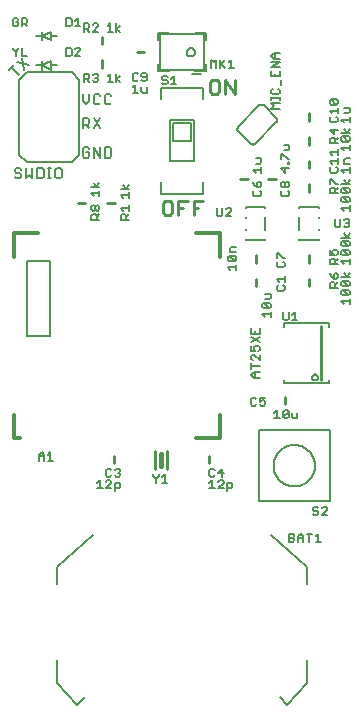
<source format=gto>
G75*
%MOIN*%
%OFA0B0*%
%FSLAX25Y25*%
%IPPOS*%
%LPD*%
%AMOC8*
5,1,8,0,0,1.08239X$1,22.5*
%
%ADD10C,0.00600*%
%ADD11C,0.00900*%
%ADD12C,0.00800*%
%ADD13C,0.00500*%
%ADD14C,0.01000*%
%ADD15C,0.01600*%
%ADD16C,0.01181*%
D10*
X0082353Y0177304D02*
X0082353Y0177674D01*
X0082353Y0177304D02*
X0088731Y0177304D01*
X0088731Y0177674D01*
X0088731Y0180847D02*
X0088731Y0184957D01*
X0088731Y0188131D02*
X0088731Y0188501D01*
X0082353Y0188501D01*
X0082353Y0188131D01*
X0082353Y0184957D02*
X0082353Y0184587D01*
X0082353Y0181217D02*
X0082353Y0180847D01*
X0083913Y0209511D02*
X0079670Y0213753D01*
X0079670Y0213754D02*
X0079628Y0213798D01*
X0079590Y0213844D01*
X0079554Y0213893D01*
X0079521Y0213944D01*
X0079492Y0213996D01*
X0079465Y0214051D01*
X0079442Y0214106D01*
X0079422Y0214163D01*
X0079406Y0214222D01*
X0079393Y0214281D01*
X0079384Y0214340D01*
X0079379Y0214401D01*
X0079377Y0214461D01*
X0079379Y0214521D01*
X0079384Y0214582D01*
X0079393Y0214641D01*
X0079406Y0214700D01*
X0079422Y0214759D01*
X0079442Y0214816D01*
X0079465Y0214871D01*
X0079492Y0214926D01*
X0079521Y0214978D01*
X0079554Y0215029D01*
X0079590Y0215078D01*
X0079628Y0215124D01*
X0079670Y0215168D01*
X0086741Y0222239D01*
X0086785Y0222281D01*
X0086831Y0222319D01*
X0086880Y0222355D01*
X0086931Y0222388D01*
X0086983Y0222417D01*
X0087038Y0222444D01*
X0087093Y0222467D01*
X0087150Y0222487D01*
X0087209Y0222503D01*
X0087268Y0222516D01*
X0087327Y0222525D01*
X0087388Y0222530D01*
X0087448Y0222532D01*
X0087508Y0222530D01*
X0087569Y0222525D01*
X0087628Y0222516D01*
X0087687Y0222503D01*
X0087746Y0222487D01*
X0087803Y0222467D01*
X0087858Y0222444D01*
X0087913Y0222417D01*
X0087965Y0222388D01*
X0088016Y0222355D01*
X0088065Y0222319D01*
X0088111Y0222281D01*
X0088155Y0222239D01*
X0088156Y0222239D02*
X0092398Y0217996D01*
X0092440Y0217952D01*
X0092478Y0217906D01*
X0092514Y0217857D01*
X0092547Y0217806D01*
X0092576Y0217754D01*
X0092603Y0217699D01*
X0092626Y0217644D01*
X0092646Y0217587D01*
X0092662Y0217528D01*
X0092675Y0217469D01*
X0092684Y0217410D01*
X0092689Y0217349D01*
X0092691Y0217289D01*
X0092689Y0217229D01*
X0092684Y0217168D01*
X0092675Y0217109D01*
X0092662Y0217050D01*
X0092646Y0216991D01*
X0092626Y0216934D01*
X0092603Y0216879D01*
X0092576Y0216824D01*
X0092547Y0216772D01*
X0092514Y0216721D01*
X0092478Y0216672D01*
X0092440Y0216626D01*
X0092398Y0216582D01*
X0085327Y0209511D01*
X0085283Y0209469D01*
X0085237Y0209431D01*
X0085188Y0209395D01*
X0085137Y0209362D01*
X0085085Y0209333D01*
X0085030Y0209306D01*
X0084975Y0209283D01*
X0084918Y0209263D01*
X0084859Y0209247D01*
X0084800Y0209234D01*
X0084741Y0209225D01*
X0084680Y0209220D01*
X0084620Y0209218D01*
X0084560Y0209220D01*
X0084499Y0209225D01*
X0084440Y0209234D01*
X0084381Y0209247D01*
X0084322Y0209263D01*
X0084265Y0209283D01*
X0084210Y0209306D01*
X0084155Y0209333D01*
X0084103Y0209362D01*
X0084052Y0209395D01*
X0084003Y0209431D01*
X0083957Y0209469D01*
X0083913Y0209511D01*
X0100070Y0188501D02*
X0100070Y0188131D01*
X0100070Y0188501D02*
X0106448Y0188501D01*
X0106448Y0188131D01*
X0106448Y0184957D02*
X0106448Y0184587D01*
X0106448Y0181217D02*
X0106448Y0180847D01*
X0106448Y0177674D02*
X0106448Y0177304D01*
X0100070Y0177304D01*
X0100070Y0177674D01*
X0100070Y0180847D02*
X0100070Y0184957D01*
X0037406Y0205423D02*
X0037406Y0207692D01*
X0036839Y0208259D01*
X0035138Y0208259D01*
X0035138Y0204856D01*
X0036839Y0204856D01*
X0037406Y0205423D01*
X0033723Y0204856D02*
X0033723Y0208259D01*
X0031454Y0208259D02*
X0033723Y0204856D01*
X0031454Y0204856D02*
X0031454Y0208259D01*
X0030040Y0207692D02*
X0029473Y0208259D01*
X0028338Y0208259D01*
X0027771Y0207692D01*
X0027771Y0205423D01*
X0028338Y0204856D01*
X0029473Y0204856D01*
X0030040Y0205423D01*
X0030040Y0206557D01*
X0028906Y0206557D01*
X0030040Y0214698D02*
X0028906Y0215833D01*
X0029473Y0215833D02*
X0027771Y0215833D01*
X0027771Y0214698D02*
X0027771Y0218101D01*
X0029473Y0218101D01*
X0030040Y0217534D01*
X0030040Y0216400D01*
X0029473Y0215833D01*
X0031454Y0214698D02*
X0033723Y0218101D01*
X0033156Y0222572D02*
X0032022Y0222572D01*
X0031454Y0223140D01*
X0031454Y0225408D01*
X0032022Y0225975D01*
X0033156Y0225975D01*
X0033723Y0225408D01*
X0035138Y0225408D02*
X0035138Y0223140D01*
X0035705Y0222572D01*
X0036839Y0222572D01*
X0037406Y0223140D01*
X0037406Y0225408D02*
X0036839Y0225975D01*
X0035705Y0225975D01*
X0035138Y0225408D01*
X0033723Y0223140D02*
X0033156Y0222572D01*
X0031454Y0218101D02*
X0033723Y0214698D01*
X0028906Y0222572D02*
X0030040Y0223707D01*
X0030040Y0225975D01*
X0027771Y0223707D02*
X0028906Y0222572D01*
X0027771Y0223707D02*
X0027771Y0225975D01*
X0020340Y0201369D02*
X0019205Y0201369D01*
X0018638Y0200802D01*
X0018638Y0198533D01*
X0019205Y0197966D01*
X0020340Y0197966D01*
X0020907Y0198533D01*
X0020907Y0200802D01*
X0020340Y0201369D01*
X0017317Y0201369D02*
X0016183Y0201369D01*
X0016750Y0201369D02*
X0016750Y0197966D01*
X0016183Y0197966D02*
X0017317Y0197966D01*
X0014768Y0198533D02*
X0014768Y0200802D01*
X0014201Y0201369D01*
X0012500Y0201369D01*
X0012500Y0197966D01*
X0014201Y0197966D01*
X0014768Y0198533D01*
X0011085Y0197966D02*
X0011085Y0201369D01*
X0009951Y0199100D02*
X0011085Y0197966D01*
X0009951Y0199100D02*
X0008817Y0197966D01*
X0008817Y0201369D01*
X0007402Y0200802D02*
X0006835Y0201369D01*
X0005701Y0201369D01*
X0005133Y0200802D01*
X0005133Y0200235D01*
X0005701Y0199668D01*
X0006835Y0199668D01*
X0007402Y0199100D01*
X0007402Y0198533D01*
X0006835Y0197966D01*
X0005701Y0197966D01*
X0005133Y0198533D01*
X0006620Y0232357D02*
X0004214Y0234763D01*
X0003412Y0233961D02*
X0005016Y0235565D01*
X0006016Y0236566D02*
X0010026Y0235763D01*
X0008422Y0234159D02*
X0007620Y0238170D01*
D11*
X0055280Y0190517D02*
X0054496Y0189733D01*
X0054496Y0186597D01*
X0055280Y0185813D01*
X0056848Y0185813D01*
X0057632Y0186597D01*
X0057632Y0189733D01*
X0056848Y0190517D01*
X0055280Y0190517D01*
X0059652Y0190517D02*
X0059652Y0185813D01*
X0059652Y0188165D02*
X0061220Y0188165D01*
X0059652Y0190517D02*
X0062788Y0190517D01*
X0064809Y0190517D02*
X0064809Y0185813D01*
X0064809Y0188165D02*
X0066377Y0188165D01*
X0064809Y0190517D02*
X0067945Y0190517D01*
X0071028Y0226167D02*
X0070244Y0226951D01*
X0070244Y0230087D01*
X0071028Y0230871D01*
X0072596Y0230871D01*
X0073380Y0230087D01*
X0073380Y0226951D01*
X0072596Y0226167D01*
X0071028Y0226167D01*
X0075401Y0226167D02*
X0075401Y0230871D01*
X0078537Y0226167D01*
X0078537Y0230871D01*
D12*
X0019400Y0029615D02*
X0025936Y0022528D01*
X0028436Y0025028D01*
X0019400Y0029615D02*
X0019400Y0037430D01*
X0019400Y0062627D02*
X0019400Y0068335D01*
X0031408Y0078965D01*
X0090463Y0078965D02*
X0102471Y0068335D01*
X0102471Y0062627D01*
X0102471Y0037430D02*
X0102471Y0029615D01*
X0095936Y0022528D01*
X0093436Y0025028D01*
X0094774Y0129595D02*
X0109774Y0129595D01*
X0109774Y0130845D01*
X0109774Y0148345D02*
X0109774Y0149595D01*
X0094774Y0149595D01*
X0094774Y0148345D01*
X0094774Y0130845D02*
X0094774Y0129595D01*
X0019105Y0235560D02*
X0017137Y0235560D01*
X0017137Y0234083D01*
X0014184Y0235560D01*
X0012215Y0235560D01*
X0014184Y0235560D02*
X0014184Y0234083D01*
X0014184Y0235560D02*
X0014184Y0237036D01*
X0014184Y0235560D02*
X0017137Y0237036D01*
X0017137Y0235560D01*
X0017137Y0243926D02*
X0014184Y0245402D01*
X0012215Y0245402D01*
X0014184Y0245402D02*
X0014184Y0246879D01*
X0014184Y0245402D02*
X0014184Y0243926D01*
X0014184Y0245402D02*
X0017137Y0246879D01*
X0017137Y0245402D01*
X0019105Y0245402D01*
X0017137Y0245402D02*
X0017137Y0243926D01*
D13*
X0022308Y0241465D02*
X0022308Y0238763D01*
X0023659Y0238763D01*
X0024109Y0239213D01*
X0024109Y0241015D01*
X0023659Y0241465D01*
X0022308Y0241465D01*
X0025254Y0241015D02*
X0025705Y0241465D01*
X0026606Y0241465D01*
X0027056Y0241015D01*
X0027056Y0240564D01*
X0025254Y0238763D01*
X0027056Y0238763D01*
X0028226Y0232852D02*
X0029577Y0232852D01*
X0030027Y0232401D01*
X0030027Y0231500D01*
X0029577Y0231050D01*
X0028226Y0231050D01*
X0029127Y0231050D02*
X0030027Y0230149D01*
X0031172Y0230600D02*
X0031623Y0230149D01*
X0032524Y0230149D01*
X0032974Y0230600D01*
X0032974Y0231050D01*
X0032524Y0231500D01*
X0032073Y0231500D01*
X0032524Y0231500D02*
X0032974Y0231951D01*
X0032974Y0232401D01*
X0032524Y0232852D01*
X0031623Y0232852D01*
X0031172Y0232401D01*
X0028226Y0232852D02*
X0028226Y0230149D01*
X0026645Y0230835D02*
X0024145Y0233335D01*
X0009145Y0233335D01*
X0006645Y0230835D01*
X0006645Y0205835D01*
X0009145Y0203335D01*
X0024145Y0203335D01*
X0026645Y0205835D01*
X0026645Y0230835D01*
X0028226Y0246881D02*
X0028226Y0249584D01*
X0029577Y0249584D01*
X0030027Y0249133D01*
X0030027Y0248233D01*
X0029577Y0247782D01*
X0028226Y0247782D01*
X0029127Y0247782D02*
X0030027Y0246881D01*
X0031172Y0246881D02*
X0032974Y0248683D01*
X0032974Y0249133D01*
X0032524Y0249584D01*
X0031623Y0249584D01*
X0031172Y0249133D01*
X0031172Y0246881D02*
X0032974Y0246881D01*
X0036099Y0246881D02*
X0037900Y0246881D01*
X0037000Y0246881D02*
X0037000Y0249584D01*
X0036099Y0248683D01*
X0039045Y0247782D02*
X0040397Y0248683D01*
X0039045Y0247782D02*
X0040397Y0246881D01*
X0039045Y0246881D02*
X0039045Y0249584D01*
X0039045Y0232852D02*
X0039045Y0230149D01*
X0039045Y0231050D02*
X0040397Y0231951D01*
X0039045Y0231050D02*
X0040397Y0230149D01*
X0037900Y0230149D02*
X0036099Y0230149D01*
X0037000Y0230149D02*
X0037000Y0232852D01*
X0036099Y0231951D01*
X0044454Y0232648D02*
X0044454Y0230847D01*
X0044904Y0230396D01*
X0045805Y0230396D01*
X0046255Y0230847D01*
X0047400Y0230847D02*
X0047850Y0230396D01*
X0048751Y0230396D01*
X0049202Y0230847D01*
X0049202Y0232648D01*
X0048751Y0233099D01*
X0047850Y0233099D01*
X0047400Y0232648D01*
X0047400Y0232198D01*
X0047850Y0231748D01*
X0049202Y0231748D01*
X0049202Y0228261D02*
X0049202Y0226459D01*
X0047850Y0226459D01*
X0047400Y0226910D01*
X0047400Y0228261D01*
X0046255Y0226459D02*
X0044454Y0226459D01*
X0045354Y0226459D02*
X0045354Y0229162D01*
X0044454Y0228261D01*
X0044454Y0232648D02*
X0044904Y0233099D01*
X0045805Y0233099D01*
X0046255Y0232648D01*
X0053062Y0233690D02*
X0053062Y0236052D01*
X0053534Y0234083D02*
X0053534Y0245894D01*
X0068337Y0245894D01*
X0068337Y0234083D01*
X0053534Y0234083D01*
X0053062Y0233690D02*
X0056605Y0233690D01*
X0055647Y0232115D02*
X0056098Y0231664D01*
X0055647Y0232115D02*
X0054746Y0232115D01*
X0054296Y0231664D01*
X0054296Y0231214D01*
X0054746Y0230763D01*
X0055647Y0230763D01*
X0056098Y0230313D01*
X0056098Y0229863D01*
X0055647Y0229412D01*
X0054746Y0229412D01*
X0054296Y0229863D01*
X0054046Y0228178D02*
X0054046Y0224241D01*
X0054046Y0228178D02*
X0067826Y0228178D01*
X0067826Y0224241D01*
X0064873Y0217351D02*
X0064873Y0203572D01*
X0056999Y0203572D01*
X0056999Y0217351D01*
X0064873Y0217351D01*
X0063889Y0216367D02*
X0057983Y0216367D01*
X0057983Y0210461D01*
X0063889Y0210461D01*
X0063889Y0216367D01*
X0059044Y0229412D02*
X0057243Y0229412D01*
X0058143Y0229412D02*
X0058143Y0232115D01*
X0057243Y0231214D01*
X0064282Y0232706D02*
X0067235Y0232706D01*
X0068810Y0233690D02*
X0068810Y0236052D01*
X0070536Y0234826D02*
X0070536Y0237528D01*
X0071437Y0236627D01*
X0072338Y0237528D01*
X0072338Y0234826D01*
X0073483Y0234826D02*
X0073483Y0237528D01*
X0073933Y0236177D02*
X0075284Y0234826D01*
X0076429Y0234826D02*
X0078231Y0234826D01*
X0077330Y0234826D02*
X0077330Y0237528D01*
X0076429Y0236627D01*
X0075284Y0237528D02*
X0073483Y0235726D01*
X0068810Y0233690D02*
X0065267Y0233690D01*
X0062497Y0239989D02*
X0062499Y0240063D01*
X0062505Y0240137D01*
X0062515Y0240210D01*
X0062528Y0240283D01*
X0062546Y0240355D01*
X0062567Y0240426D01*
X0062593Y0240496D01*
X0062621Y0240564D01*
X0062654Y0240631D01*
X0062690Y0240696D01*
X0062729Y0240758D01*
X0062772Y0240819D01*
X0062817Y0240877D01*
X0062866Y0240933D01*
X0062918Y0240986D01*
X0062972Y0241037D01*
X0063029Y0241084D01*
X0063089Y0241128D01*
X0063151Y0241169D01*
X0063215Y0241207D01*
X0063280Y0241241D01*
X0063348Y0241271D01*
X0063417Y0241298D01*
X0063487Y0241322D01*
X0063559Y0241341D01*
X0063631Y0241357D01*
X0063704Y0241369D01*
X0063778Y0241377D01*
X0063852Y0241381D01*
X0063926Y0241381D01*
X0064000Y0241377D01*
X0064074Y0241369D01*
X0064147Y0241357D01*
X0064219Y0241341D01*
X0064291Y0241322D01*
X0064361Y0241298D01*
X0064430Y0241271D01*
X0064498Y0241241D01*
X0064563Y0241207D01*
X0064627Y0241169D01*
X0064689Y0241128D01*
X0064749Y0241084D01*
X0064806Y0241037D01*
X0064860Y0240986D01*
X0064912Y0240933D01*
X0064961Y0240877D01*
X0065006Y0240819D01*
X0065049Y0240758D01*
X0065088Y0240696D01*
X0065124Y0240631D01*
X0065157Y0240564D01*
X0065185Y0240496D01*
X0065211Y0240426D01*
X0065232Y0240355D01*
X0065250Y0240283D01*
X0065263Y0240210D01*
X0065273Y0240137D01*
X0065279Y0240063D01*
X0065281Y0239989D01*
X0065279Y0239915D01*
X0065273Y0239841D01*
X0065263Y0239768D01*
X0065250Y0239695D01*
X0065232Y0239623D01*
X0065211Y0239552D01*
X0065185Y0239482D01*
X0065157Y0239414D01*
X0065124Y0239347D01*
X0065088Y0239282D01*
X0065049Y0239220D01*
X0065006Y0239159D01*
X0064961Y0239101D01*
X0064912Y0239045D01*
X0064860Y0238992D01*
X0064806Y0238941D01*
X0064749Y0238894D01*
X0064689Y0238850D01*
X0064627Y0238809D01*
X0064563Y0238771D01*
X0064498Y0238737D01*
X0064430Y0238707D01*
X0064361Y0238680D01*
X0064291Y0238656D01*
X0064219Y0238637D01*
X0064147Y0238621D01*
X0064074Y0238609D01*
X0064000Y0238601D01*
X0063926Y0238597D01*
X0063852Y0238597D01*
X0063778Y0238601D01*
X0063704Y0238609D01*
X0063631Y0238621D01*
X0063559Y0238637D01*
X0063487Y0238656D01*
X0063417Y0238680D01*
X0063348Y0238707D01*
X0063280Y0238737D01*
X0063215Y0238771D01*
X0063151Y0238809D01*
X0063089Y0238850D01*
X0063029Y0238894D01*
X0062972Y0238941D01*
X0062918Y0238992D01*
X0062866Y0239045D01*
X0062817Y0239101D01*
X0062772Y0239159D01*
X0062729Y0239220D01*
X0062690Y0239282D01*
X0062654Y0239347D01*
X0062621Y0239414D01*
X0062593Y0239482D01*
X0062567Y0239552D01*
X0062546Y0239623D01*
X0062528Y0239695D01*
X0062515Y0239768D01*
X0062505Y0239841D01*
X0062499Y0239915D01*
X0062497Y0239989D01*
X0065267Y0246288D02*
X0068810Y0246288D01*
X0068810Y0243926D01*
X0056605Y0246288D02*
X0053062Y0246288D01*
X0053062Y0243926D01*
X0054046Y0196682D02*
X0054046Y0192745D01*
X0067826Y0192745D01*
X0067826Y0196682D01*
X0072517Y0188068D02*
X0072517Y0185816D01*
X0072968Y0185366D01*
X0073868Y0185366D01*
X0074319Y0185816D01*
X0074319Y0188068D01*
X0075464Y0187618D02*
X0075914Y0188068D01*
X0076815Y0188068D01*
X0077265Y0187618D01*
X0077265Y0187167D01*
X0075464Y0185366D01*
X0077265Y0185366D01*
X0077543Y0175099D02*
X0078895Y0175099D01*
X0077543Y0175099D02*
X0077093Y0174649D01*
X0077093Y0173297D01*
X0078895Y0173297D01*
X0078444Y0172152D02*
X0078895Y0171702D01*
X0078895Y0170801D01*
X0078444Y0170351D01*
X0076643Y0172152D01*
X0078444Y0172152D01*
X0078444Y0170351D02*
X0076643Y0170351D01*
X0076192Y0170801D01*
X0076192Y0171702D01*
X0076643Y0172152D01*
X0076192Y0168305D02*
X0078895Y0168305D01*
X0078895Y0167404D02*
X0078895Y0169206D01*
X0077093Y0167404D02*
X0076192Y0168305D01*
X0084066Y0148013D02*
X0084066Y0146212D01*
X0086769Y0146212D01*
X0086769Y0148013D01*
X0085417Y0147112D02*
X0085417Y0146212D01*
X0084066Y0145067D02*
X0086769Y0143265D01*
X0086318Y0142120D02*
X0086769Y0141670D01*
X0086769Y0140769D01*
X0086318Y0140319D01*
X0085417Y0140319D02*
X0084967Y0141219D01*
X0084967Y0141670D01*
X0085417Y0142120D01*
X0086318Y0142120D01*
X0085417Y0140319D02*
X0084066Y0140319D01*
X0084066Y0142120D01*
X0084066Y0143265D02*
X0086769Y0145067D01*
X0086769Y0139174D02*
X0086769Y0137372D01*
X0084967Y0139174D01*
X0084517Y0139174D01*
X0084066Y0138723D01*
X0084066Y0137823D01*
X0084517Y0137372D01*
X0084066Y0136227D02*
X0084066Y0134426D01*
X0084066Y0135326D02*
X0086769Y0135326D01*
X0086769Y0133281D02*
X0084967Y0133281D01*
X0084066Y0132380D01*
X0084967Y0131479D01*
X0086769Y0131479D01*
X0085417Y0131479D02*
X0085417Y0133281D01*
X0085175Y0124831D02*
X0084274Y0124831D01*
X0083824Y0124381D01*
X0083824Y0122579D01*
X0084274Y0122129D01*
X0085175Y0122129D01*
X0085625Y0122579D01*
X0086770Y0122579D02*
X0087221Y0122129D01*
X0088121Y0122129D01*
X0088572Y0122579D01*
X0088572Y0123480D01*
X0088121Y0123930D01*
X0087671Y0123930D01*
X0086770Y0123480D01*
X0086770Y0124831D01*
X0088572Y0124831D01*
X0085625Y0124381D02*
X0085175Y0124831D01*
X0086526Y0114005D02*
X0086526Y0090383D01*
X0110148Y0090383D01*
X0110148Y0114005D01*
X0086526Y0114005D01*
X0091716Y0117944D02*
X0093518Y0117944D01*
X0092617Y0117944D02*
X0092617Y0120647D01*
X0091716Y0119746D01*
X0094663Y0120196D02*
X0094663Y0118395D01*
X0096464Y0120196D01*
X0096464Y0118395D01*
X0096014Y0117944D01*
X0095113Y0117944D01*
X0094663Y0118395D01*
X0094663Y0120196D02*
X0095113Y0120647D01*
X0096014Y0120647D01*
X0096464Y0120196D01*
X0097609Y0119746D02*
X0097609Y0118395D01*
X0098060Y0117944D01*
X0099411Y0117944D01*
X0099411Y0119746D01*
X0104274Y0131595D02*
X0104276Y0131658D01*
X0104282Y0131720D01*
X0104292Y0131782D01*
X0104305Y0131844D01*
X0104323Y0131904D01*
X0104344Y0131963D01*
X0104369Y0132021D01*
X0104398Y0132077D01*
X0104430Y0132131D01*
X0104465Y0132183D01*
X0104503Y0132232D01*
X0104545Y0132280D01*
X0104589Y0132324D01*
X0104637Y0132366D01*
X0104686Y0132404D01*
X0104738Y0132439D01*
X0104792Y0132471D01*
X0104848Y0132500D01*
X0104906Y0132525D01*
X0104965Y0132546D01*
X0105025Y0132564D01*
X0105087Y0132577D01*
X0105149Y0132587D01*
X0105211Y0132593D01*
X0105274Y0132595D01*
X0105337Y0132593D01*
X0105399Y0132587D01*
X0105461Y0132577D01*
X0105523Y0132564D01*
X0105583Y0132546D01*
X0105642Y0132525D01*
X0105700Y0132500D01*
X0105756Y0132471D01*
X0105810Y0132439D01*
X0105862Y0132404D01*
X0105911Y0132366D01*
X0105959Y0132324D01*
X0106003Y0132280D01*
X0106045Y0132232D01*
X0106083Y0132183D01*
X0106118Y0132131D01*
X0106150Y0132077D01*
X0106179Y0132021D01*
X0106204Y0131963D01*
X0106225Y0131904D01*
X0106243Y0131844D01*
X0106256Y0131782D01*
X0106266Y0131720D01*
X0106272Y0131658D01*
X0106274Y0131595D01*
X0106272Y0131532D01*
X0106266Y0131470D01*
X0106256Y0131408D01*
X0106243Y0131346D01*
X0106225Y0131286D01*
X0106204Y0131227D01*
X0106179Y0131169D01*
X0106150Y0131113D01*
X0106118Y0131059D01*
X0106083Y0131007D01*
X0106045Y0130958D01*
X0106003Y0130910D01*
X0105959Y0130866D01*
X0105911Y0130824D01*
X0105862Y0130786D01*
X0105810Y0130751D01*
X0105756Y0130719D01*
X0105700Y0130690D01*
X0105642Y0130665D01*
X0105583Y0130644D01*
X0105523Y0130626D01*
X0105461Y0130613D01*
X0105399Y0130603D01*
X0105337Y0130597D01*
X0105274Y0130595D01*
X0105211Y0130597D01*
X0105149Y0130603D01*
X0105087Y0130613D01*
X0105025Y0130626D01*
X0104965Y0130644D01*
X0104906Y0130665D01*
X0104848Y0130690D01*
X0104792Y0130719D01*
X0104738Y0130751D01*
X0104686Y0130786D01*
X0104637Y0130824D01*
X0104589Y0130866D01*
X0104545Y0130910D01*
X0104503Y0130958D01*
X0104465Y0131007D01*
X0104430Y0131059D01*
X0104398Y0131113D01*
X0104369Y0131169D01*
X0104344Y0131227D01*
X0104323Y0131286D01*
X0104305Y0131346D01*
X0104292Y0131408D01*
X0104282Y0131470D01*
X0104276Y0131532D01*
X0104274Y0131595D01*
X0099398Y0150672D02*
X0097597Y0150672D01*
X0098498Y0150672D02*
X0098498Y0153374D01*
X0097597Y0152474D01*
X0096452Y0153374D02*
X0096452Y0151122D01*
X0096002Y0150672D01*
X0095101Y0150672D01*
X0094650Y0151122D01*
X0094650Y0153374D01*
X0090461Y0153477D02*
X0090461Y0151675D01*
X0090461Y0152576D02*
X0087758Y0152576D01*
X0088659Y0151675D01*
X0088209Y0154622D02*
X0087758Y0155072D01*
X0087758Y0155973D01*
X0088209Y0156423D01*
X0090010Y0154622D01*
X0090461Y0155072D01*
X0090461Y0155973D01*
X0090010Y0156423D01*
X0088209Y0156423D01*
X0088659Y0157568D02*
X0090010Y0157568D01*
X0090461Y0158018D01*
X0090461Y0159370D01*
X0088659Y0159370D01*
X0088209Y0154622D02*
X0090010Y0154622D01*
X0092883Y0160515D02*
X0092432Y0160965D01*
X0092432Y0161866D01*
X0092883Y0162316D01*
X0093333Y0163461D02*
X0092432Y0164362D01*
X0095135Y0164362D01*
X0095135Y0163461D02*
X0095135Y0165263D01*
X0094684Y0162316D02*
X0095135Y0161866D01*
X0095135Y0160965D01*
X0094684Y0160515D01*
X0092883Y0160515D01*
X0092883Y0168389D02*
X0092432Y0168839D01*
X0092432Y0169740D01*
X0092883Y0170190D01*
X0092432Y0171335D02*
X0092432Y0173137D01*
X0092883Y0173137D01*
X0094684Y0171335D01*
X0095135Y0171335D01*
X0094684Y0170190D02*
X0095135Y0169740D01*
X0095135Y0168839D01*
X0094684Y0168389D01*
X0092883Y0168389D01*
X0094359Y0192011D02*
X0096161Y0192011D01*
X0096611Y0192461D01*
X0096611Y0193362D01*
X0096161Y0193812D01*
X0096161Y0194957D02*
X0095710Y0194957D01*
X0095260Y0195408D01*
X0095260Y0196308D01*
X0095710Y0196759D01*
X0096161Y0196759D01*
X0096611Y0196308D01*
X0096611Y0195408D01*
X0096161Y0194957D01*
X0095260Y0195408D02*
X0094810Y0194957D01*
X0094359Y0194957D01*
X0093909Y0195408D01*
X0093909Y0196308D01*
X0094359Y0196759D01*
X0094810Y0196759D01*
X0095260Y0196308D01*
X0094359Y0193812D02*
X0093909Y0193362D01*
X0093909Y0192461D01*
X0094359Y0192011D01*
X0095260Y0199885D02*
X0095260Y0201686D01*
X0096611Y0201236D02*
X0093909Y0201236D01*
X0095260Y0199885D01*
X0096161Y0202831D02*
X0096161Y0203282D01*
X0096611Y0203282D01*
X0096611Y0202831D01*
X0096161Y0202831D01*
X0096161Y0204304D02*
X0094359Y0206106D01*
X0093909Y0206106D01*
X0093909Y0204304D01*
X0096161Y0204304D02*
X0096611Y0204304D01*
X0096161Y0207251D02*
X0096611Y0207701D01*
X0096611Y0209052D01*
X0094810Y0209052D01*
X0094810Y0207251D02*
X0096161Y0207251D01*
X0093434Y0221163D02*
X0090732Y0221163D01*
X0091632Y0222064D01*
X0090732Y0222965D01*
X0093434Y0222965D01*
X0093434Y0224109D02*
X0093434Y0225010D01*
X0093434Y0224560D02*
X0090732Y0224560D01*
X0090732Y0225010D02*
X0090732Y0224109D01*
X0091182Y0226074D02*
X0092984Y0226074D01*
X0093434Y0226524D01*
X0093434Y0227425D01*
X0092984Y0227875D01*
X0093884Y0229020D02*
X0093884Y0230822D01*
X0093434Y0231967D02*
X0093434Y0233768D01*
X0093434Y0234913D02*
X0090732Y0234913D01*
X0093434Y0236715D01*
X0090732Y0236715D01*
X0091632Y0237860D02*
X0090732Y0238761D01*
X0091632Y0239661D01*
X0093434Y0239661D01*
X0092083Y0239661D02*
X0092083Y0237860D01*
X0091632Y0237860D02*
X0093434Y0237860D01*
X0090732Y0233768D02*
X0090732Y0231967D01*
X0093434Y0231967D01*
X0092083Y0231967D02*
X0092083Y0232868D01*
X0091182Y0227875D02*
X0090732Y0227425D01*
X0090732Y0226524D01*
X0091182Y0226074D01*
X0087261Y0204633D02*
X0085459Y0204633D01*
X0087261Y0204633D02*
X0087261Y0203282D01*
X0086810Y0202831D01*
X0085459Y0202831D01*
X0087261Y0201686D02*
X0087261Y0199885D01*
X0087261Y0200785D02*
X0084558Y0200785D01*
X0085459Y0199885D01*
X0084558Y0196759D02*
X0085009Y0195858D01*
X0085910Y0194957D01*
X0085910Y0196308D01*
X0086360Y0196759D01*
X0086810Y0196759D01*
X0087261Y0196308D01*
X0087261Y0195408D01*
X0086810Y0194957D01*
X0085910Y0194957D01*
X0086810Y0193812D02*
X0087261Y0193362D01*
X0087261Y0192461D01*
X0086810Y0192011D01*
X0085009Y0192011D01*
X0084558Y0192461D01*
X0084558Y0193362D01*
X0085009Y0193812D01*
X0110149Y0194346D02*
X0110599Y0194796D01*
X0111500Y0194796D01*
X0111950Y0194346D01*
X0111950Y0192995D01*
X0111950Y0193896D02*
X0112851Y0194796D01*
X0112851Y0195941D02*
X0112401Y0195941D01*
X0110599Y0197743D01*
X0110149Y0197743D01*
X0110149Y0195941D01*
X0110149Y0194346D02*
X0110149Y0192995D01*
X0112851Y0192995D01*
X0114086Y0193433D02*
X0114086Y0194334D01*
X0114536Y0194784D01*
X0116338Y0192982D01*
X0116788Y0193433D01*
X0116788Y0194334D01*
X0116338Y0194784D01*
X0114536Y0194784D01*
X0114086Y0195929D02*
X0116788Y0195929D01*
X0115887Y0195929D02*
X0114987Y0197280D01*
X0115887Y0195929D02*
X0116788Y0197280D01*
X0116788Y0199885D02*
X0116788Y0201686D01*
X0116788Y0200785D02*
X0114086Y0200785D01*
X0114987Y0199885D01*
X0114987Y0202831D02*
X0114987Y0204182D01*
X0115437Y0204633D01*
X0116788Y0204633D01*
X0116788Y0202831D02*
X0114987Y0202831D01*
X0112851Y0202831D02*
X0112851Y0204633D01*
X0112851Y0203732D02*
X0110149Y0203732D01*
X0111050Y0202831D01*
X0110599Y0201686D02*
X0110149Y0201236D01*
X0110149Y0200335D01*
X0110599Y0199885D01*
X0112401Y0199885D01*
X0112851Y0200335D01*
X0112851Y0201236D01*
X0112401Y0201686D01*
X0112851Y0205778D02*
X0112851Y0207579D01*
X0112851Y0206678D02*
X0110149Y0206678D01*
X0111050Y0205778D01*
X0114086Y0208167D02*
X0116788Y0208167D01*
X0116788Y0207267D02*
X0116788Y0209068D01*
X0116338Y0210213D02*
X0114536Y0212015D01*
X0116338Y0212015D01*
X0116788Y0211564D01*
X0116788Y0210663D01*
X0116338Y0210213D01*
X0114536Y0210213D01*
X0114086Y0210663D01*
X0114086Y0211564D01*
X0114536Y0212015D01*
X0114086Y0213160D02*
X0116788Y0213160D01*
X0115887Y0213160D02*
X0114987Y0214511D01*
X0115887Y0213160D02*
X0116788Y0214511D01*
X0116788Y0216617D02*
X0116788Y0218418D01*
X0116788Y0217518D02*
X0114086Y0217518D01*
X0114987Y0216617D01*
X0114987Y0219563D02*
X0116338Y0219563D01*
X0116788Y0220014D01*
X0116788Y0221365D01*
X0114987Y0221365D01*
X0112851Y0221365D02*
X0112851Y0219563D01*
X0112851Y0220464D02*
X0110149Y0220464D01*
X0111050Y0219563D01*
X0110599Y0218418D02*
X0110149Y0217968D01*
X0110149Y0217067D01*
X0110599Y0216617D01*
X0112401Y0216617D01*
X0112851Y0217067D01*
X0112851Y0217968D01*
X0112401Y0218418D01*
X0112401Y0222510D02*
X0110599Y0224312D01*
X0112401Y0224312D01*
X0112851Y0223861D01*
X0112851Y0222960D01*
X0112401Y0222510D01*
X0110599Y0222510D01*
X0110149Y0222960D01*
X0110149Y0223861D01*
X0110599Y0224312D01*
X0111500Y0214475D02*
X0111500Y0212674D01*
X0110149Y0214025D01*
X0112851Y0214025D01*
X0112851Y0211529D02*
X0111950Y0210628D01*
X0111950Y0211078D02*
X0111950Y0209727D01*
X0112851Y0209727D02*
X0110149Y0209727D01*
X0110149Y0211078D01*
X0110599Y0211529D01*
X0111500Y0211529D01*
X0111950Y0211078D01*
X0114086Y0208167D02*
X0114987Y0207267D01*
X0114086Y0193433D02*
X0114536Y0192982D01*
X0116338Y0192982D01*
X0116338Y0191837D02*
X0114536Y0191837D01*
X0116338Y0190036D01*
X0116788Y0190486D01*
X0116788Y0191387D01*
X0116338Y0191837D01*
X0116338Y0190036D02*
X0114536Y0190036D01*
X0114086Y0190486D01*
X0114086Y0191387D01*
X0114536Y0191837D01*
X0116788Y0188891D02*
X0116788Y0187089D01*
X0116788Y0187990D02*
X0114086Y0187990D01*
X0114987Y0187089D01*
X0115272Y0184378D02*
X0116172Y0184378D01*
X0116623Y0183928D01*
X0116623Y0183478D01*
X0116172Y0183027D01*
X0116623Y0182577D01*
X0116623Y0182126D01*
X0116172Y0181676D01*
X0115272Y0181676D01*
X0114821Y0182126D01*
X0113676Y0182126D02*
X0113676Y0184378D01*
X0114821Y0183928D02*
X0115272Y0184378D01*
X0115722Y0183027D02*
X0116172Y0183027D01*
X0116788Y0179564D02*
X0115887Y0178212D01*
X0114987Y0179564D01*
X0114086Y0178212D02*
X0116788Y0178212D01*
X0116338Y0177067D02*
X0116788Y0176617D01*
X0116788Y0175716D01*
X0116338Y0175266D01*
X0114536Y0177067D01*
X0116338Y0177067D01*
X0116338Y0175266D02*
X0114536Y0175266D01*
X0114086Y0175716D01*
X0114086Y0176617D01*
X0114536Y0177067D01*
X0114536Y0174121D02*
X0114086Y0173670D01*
X0114086Y0172770D01*
X0114536Y0172319D01*
X0116338Y0172319D01*
X0114536Y0174121D01*
X0116338Y0174121D01*
X0116788Y0173670D01*
X0116788Y0172770D01*
X0116338Y0172319D01*
X0116788Y0171174D02*
X0116788Y0169373D01*
X0116788Y0170274D02*
X0114086Y0170274D01*
X0114987Y0169373D01*
X0114987Y0166276D02*
X0115887Y0164925D01*
X0116788Y0166276D01*
X0116788Y0164925D02*
X0114086Y0164925D01*
X0114536Y0163780D02*
X0114086Y0163330D01*
X0114086Y0162429D01*
X0114536Y0161978D01*
X0116338Y0161978D01*
X0114536Y0163780D01*
X0116338Y0163780D01*
X0116788Y0163330D01*
X0116788Y0162429D01*
X0116338Y0161978D01*
X0116338Y0160833D02*
X0114536Y0160833D01*
X0116338Y0159032D01*
X0116788Y0159482D01*
X0116788Y0160383D01*
X0116338Y0160833D01*
X0116338Y0159032D02*
X0114536Y0159032D01*
X0114086Y0159482D01*
X0114086Y0160383D01*
X0114536Y0160833D01*
X0116788Y0157887D02*
X0116788Y0156085D01*
X0116788Y0156986D02*
X0114086Y0156986D01*
X0114987Y0156085D01*
X0112851Y0161499D02*
X0110149Y0161499D01*
X0110149Y0162850D01*
X0110599Y0163300D01*
X0111500Y0163300D01*
X0111950Y0162850D01*
X0111950Y0161499D01*
X0111950Y0162400D02*
X0112851Y0163300D01*
X0112401Y0164445D02*
X0112851Y0164896D01*
X0112851Y0165796D01*
X0112401Y0166247D01*
X0111950Y0166247D01*
X0111500Y0165796D01*
X0111500Y0164445D01*
X0112401Y0164445D01*
X0111500Y0164445D02*
X0110599Y0165346D01*
X0110149Y0166247D01*
X0110149Y0169373D02*
X0110149Y0170724D01*
X0110599Y0171174D01*
X0111500Y0171174D01*
X0111950Y0170724D01*
X0111950Y0169373D01*
X0111950Y0170274D02*
X0112851Y0171174D01*
X0112401Y0172319D02*
X0112851Y0172770D01*
X0112851Y0173670D01*
X0112401Y0174121D01*
X0111500Y0174121D01*
X0111050Y0173670D01*
X0111050Y0173220D01*
X0111500Y0172319D01*
X0110149Y0172319D01*
X0110149Y0174121D01*
X0110149Y0169373D02*
X0112851Y0169373D01*
X0113226Y0181676D02*
X0113676Y0182126D01*
X0113226Y0181676D02*
X0112325Y0181676D01*
X0111875Y0182126D01*
X0111875Y0184378D01*
X0091447Y0102194D02*
X0091449Y0102363D01*
X0091455Y0102532D01*
X0091466Y0102701D01*
X0091480Y0102869D01*
X0091499Y0103037D01*
X0091522Y0103205D01*
X0091548Y0103372D01*
X0091579Y0103538D01*
X0091614Y0103704D01*
X0091653Y0103868D01*
X0091697Y0104032D01*
X0091744Y0104194D01*
X0091795Y0104355D01*
X0091850Y0104515D01*
X0091909Y0104674D01*
X0091971Y0104831D01*
X0092038Y0104986D01*
X0092109Y0105140D01*
X0092183Y0105292D01*
X0092261Y0105442D01*
X0092342Y0105590D01*
X0092427Y0105736D01*
X0092516Y0105880D01*
X0092608Y0106022D01*
X0092704Y0106161D01*
X0092803Y0106298D01*
X0092905Y0106433D01*
X0093011Y0106565D01*
X0093120Y0106694D01*
X0093232Y0106821D01*
X0093347Y0106945D01*
X0093465Y0107066D01*
X0093586Y0107184D01*
X0093710Y0107299D01*
X0093837Y0107411D01*
X0093966Y0107520D01*
X0094098Y0107626D01*
X0094233Y0107728D01*
X0094370Y0107827D01*
X0094509Y0107923D01*
X0094651Y0108015D01*
X0094795Y0108104D01*
X0094941Y0108189D01*
X0095089Y0108270D01*
X0095239Y0108348D01*
X0095391Y0108422D01*
X0095545Y0108493D01*
X0095700Y0108560D01*
X0095857Y0108622D01*
X0096016Y0108681D01*
X0096176Y0108736D01*
X0096337Y0108787D01*
X0096499Y0108834D01*
X0096663Y0108878D01*
X0096827Y0108917D01*
X0096993Y0108952D01*
X0097159Y0108983D01*
X0097326Y0109009D01*
X0097494Y0109032D01*
X0097662Y0109051D01*
X0097830Y0109065D01*
X0097999Y0109076D01*
X0098168Y0109082D01*
X0098337Y0109084D01*
X0098506Y0109082D01*
X0098675Y0109076D01*
X0098844Y0109065D01*
X0099012Y0109051D01*
X0099180Y0109032D01*
X0099348Y0109009D01*
X0099515Y0108983D01*
X0099681Y0108952D01*
X0099847Y0108917D01*
X0100011Y0108878D01*
X0100175Y0108834D01*
X0100337Y0108787D01*
X0100498Y0108736D01*
X0100658Y0108681D01*
X0100817Y0108622D01*
X0100974Y0108560D01*
X0101129Y0108493D01*
X0101283Y0108422D01*
X0101435Y0108348D01*
X0101585Y0108270D01*
X0101733Y0108189D01*
X0101879Y0108104D01*
X0102023Y0108015D01*
X0102165Y0107923D01*
X0102304Y0107827D01*
X0102441Y0107728D01*
X0102576Y0107626D01*
X0102708Y0107520D01*
X0102837Y0107411D01*
X0102964Y0107299D01*
X0103088Y0107184D01*
X0103209Y0107066D01*
X0103327Y0106945D01*
X0103442Y0106821D01*
X0103554Y0106694D01*
X0103663Y0106565D01*
X0103769Y0106433D01*
X0103871Y0106298D01*
X0103970Y0106161D01*
X0104066Y0106022D01*
X0104158Y0105880D01*
X0104247Y0105736D01*
X0104332Y0105590D01*
X0104413Y0105442D01*
X0104491Y0105292D01*
X0104565Y0105140D01*
X0104636Y0104986D01*
X0104703Y0104831D01*
X0104765Y0104674D01*
X0104824Y0104515D01*
X0104879Y0104355D01*
X0104930Y0104194D01*
X0104977Y0104032D01*
X0105021Y0103868D01*
X0105060Y0103704D01*
X0105095Y0103538D01*
X0105126Y0103372D01*
X0105152Y0103205D01*
X0105175Y0103037D01*
X0105194Y0102869D01*
X0105208Y0102701D01*
X0105219Y0102532D01*
X0105225Y0102363D01*
X0105227Y0102194D01*
X0105225Y0102025D01*
X0105219Y0101856D01*
X0105208Y0101687D01*
X0105194Y0101519D01*
X0105175Y0101351D01*
X0105152Y0101183D01*
X0105126Y0101016D01*
X0105095Y0100850D01*
X0105060Y0100684D01*
X0105021Y0100520D01*
X0104977Y0100356D01*
X0104930Y0100194D01*
X0104879Y0100033D01*
X0104824Y0099873D01*
X0104765Y0099714D01*
X0104703Y0099557D01*
X0104636Y0099402D01*
X0104565Y0099248D01*
X0104491Y0099096D01*
X0104413Y0098946D01*
X0104332Y0098798D01*
X0104247Y0098652D01*
X0104158Y0098508D01*
X0104066Y0098366D01*
X0103970Y0098227D01*
X0103871Y0098090D01*
X0103769Y0097955D01*
X0103663Y0097823D01*
X0103554Y0097694D01*
X0103442Y0097567D01*
X0103327Y0097443D01*
X0103209Y0097322D01*
X0103088Y0097204D01*
X0102964Y0097089D01*
X0102837Y0096977D01*
X0102708Y0096868D01*
X0102576Y0096762D01*
X0102441Y0096660D01*
X0102304Y0096561D01*
X0102165Y0096465D01*
X0102023Y0096373D01*
X0101879Y0096284D01*
X0101733Y0096199D01*
X0101585Y0096118D01*
X0101435Y0096040D01*
X0101283Y0095966D01*
X0101129Y0095895D01*
X0100974Y0095828D01*
X0100817Y0095766D01*
X0100658Y0095707D01*
X0100498Y0095652D01*
X0100337Y0095601D01*
X0100175Y0095554D01*
X0100011Y0095510D01*
X0099847Y0095471D01*
X0099681Y0095436D01*
X0099515Y0095405D01*
X0099348Y0095379D01*
X0099180Y0095356D01*
X0099012Y0095337D01*
X0098844Y0095323D01*
X0098675Y0095312D01*
X0098506Y0095306D01*
X0098337Y0095304D01*
X0098168Y0095306D01*
X0097999Y0095312D01*
X0097830Y0095323D01*
X0097662Y0095337D01*
X0097494Y0095356D01*
X0097326Y0095379D01*
X0097159Y0095405D01*
X0096993Y0095436D01*
X0096827Y0095471D01*
X0096663Y0095510D01*
X0096499Y0095554D01*
X0096337Y0095601D01*
X0096176Y0095652D01*
X0096016Y0095707D01*
X0095857Y0095766D01*
X0095700Y0095828D01*
X0095545Y0095895D01*
X0095391Y0095966D01*
X0095239Y0096040D01*
X0095089Y0096118D01*
X0094941Y0096199D01*
X0094795Y0096284D01*
X0094651Y0096373D01*
X0094509Y0096465D01*
X0094370Y0096561D01*
X0094233Y0096660D01*
X0094098Y0096762D01*
X0093966Y0096868D01*
X0093837Y0096977D01*
X0093710Y0097089D01*
X0093586Y0097204D01*
X0093465Y0097322D01*
X0093347Y0097443D01*
X0093232Y0097567D01*
X0093120Y0097694D01*
X0093011Y0097823D01*
X0092905Y0097955D01*
X0092803Y0098090D01*
X0092704Y0098227D01*
X0092608Y0098366D01*
X0092516Y0098508D01*
X0092427Y0098652D01*
X0092342Y0098798D01*
X0092261Y0098946D01*
X0092183Y0099096D01*
X0092109Y0099248D01*
X0092038Y0099402D01*
X0091971Y0099557D01*
X0091909Y0099714D01*
X0091850Y0099873D01*
X0091795Y0100033D01*
X0091744Y0100194D01*
X0091697Y0100356D01*
X0091653Y0100520D01*
X0091614Y0100684D01*
X0091579Y0100850D01*
X0091548Y0101016D01*
X0091522Y0101183D01*
X0091499Y0101351D01*
X0091480Y0101519D01*
X0091466Y0101687D01*
X0091455Y0101856D01*
X0091449Y0102025D01*
X0091447Y0102194D01*
X0096619Y0079555D02*
X0097970Y0079555D01*
X0098420Y0079105D01*
X0098420Y0078655D01*
X0097970Y0078204D01*
X0096619Y0078204D01*
X0096619Y0076853D02*
X0096619Y0079555D01*
X0097970Y0078204D02*
X0098420Y0077754D01*
X0098420Y0077304D01*
X0097970Y0076853D01*
X0096619Y0076853D01*
X0099565Y0076853D02*
X0099565Y0078655D01*
X0100466Y0079555D01*
X0101367Y0078655D01*
X0101367Y0076853D01*
X0101367Y0078204D02*
X0099565Y0078204D01*
X0102512Y0079555D02*
X0104313Y0079555D01*
X0103413Y0079555D02*
X0103413Y0076853D01*
X0105458Y0076853D02*
X0107260Y0076853D01*
X0106359Y0076853D02*
X0106359Y0079555D01*
X0105458Y0078655D01*
X0105857Y0085711D02*
X0104956Y0085711D01*
X0104505Y0086162D01*
X0104956Y0087063D02*
X0104505Y0087513D01*
X0104505Y0087963D01*
X0104956Y0088414D01*
X0105857Y0088414D01*
X0106307Y0087963D01*
X0105857Y0087063D02*
X0106307Y0086612D01*
X0106307Y0086162D01*
X0105857Y0085711D01*
X0105857Y0087063D02*
X0104956Y0087063D01*
X0107452Y0087963D02*
X0107902Y0088414D01*
X0108803Y0088414D01*
X0109253Y0087963D01*
X0109253Y0087513D01*
X0107452Y0085711D01*
X0109253Y0085711D01*
X0077739Y0095020D02*
X0077288Y0094570D01*
X0075937Y0094570D01*
X0075937Y0093669D02*
X0075937Y0096371D01*
X0077288Y0096371D01*
X0077739Y0095921D01*
X0077739Y0095020D01*
X0074792Y0094570D02*
X0072991Y0094570D01*
X0074792Y0096371D01*
X0074792Y0096822D01*
X0074342Y0097272D01*
X0073441Y0097272D01*
X0072991Y0096822D01*
X0070945Y0097272D02*
X0070945Y0094570D01*
X0070044Y0094570D02*
X0071846Y0094570D01*
X0070044Y0096371D02*
X0070945Y0097272D01*
X0070495Y0098507D02*
X0071395Y0098507D01*
X0071846Y0098957D01*
X0070495Y0098507D02*
X0070044Y0098957D01*
X0070044Y0100759D01*
X0070495Y0101209D01*
X0071395Y0101209D01*
X0071846Y0100759D01*
X0072991Y0099858D02*
X0074792Y0099858D01*
X0074342Y0098507D02*
X0074342Y0101209D01*
X0072991Y0099858D01*
X0056091Y0096538D02*
X0054290Y0096538D01*
X0055191Y0096538D02*
X0055191Y0099240D01*
X0054290Y0098340D01*
X0053145Y0098790D02*
X0053145Y0099240D01*
X0053145Y0098790D02*
X0052244Y0097889D01*
X0052244Y0096538D01*
X0052244Y0097889D02*
X0051343Y0098790D01*
X0051343Y0099240D01*
X0040343Y0099407D02*
X0040343Y0098957D01*
X0039893Y0098507D01*
X0038992Y0098507D01*
X0038542Y0098957D01*
X0037397Y0098957D02*
X0036946Y0098507D01*
X0036046Y0098507D01*
X0035595Y0098957D01*
X0035595Y0100759D01*
X0036046Y0101209D01*
X0036946Y0101209D01*
X0037397Y0100759D01*
X0038542Y0100759D02*
X0038992Y0101209D01*
X0039893Y0101209D01*
X0040343Y0100759D01*
X0040343Y0100308D01*
X0039893Y0099858D01*
X0040343Y0099407D01*
X0039893Y0099858D02*
X0039443Y0099858D01*
X0039887Y0096371D02*
X0038536Y0096371D01*
X0038536Y0093669D01*
X0038536Y0094570D02*
X0039887Y0094570D01*
X0040337Y0095020D01*
X0040337Y0095921D01*
X0039887Y0096371D01*
X0037391Y0096371D02*
X0037391Y0096822D01*
X0036940Y0097272D01*
X0036039Y0097272D01*
X0035589Y0096822D01*
X0037391Y0096371D02*
X0035589Y0094570D01*
X0037391Y0094570D01*
X0034444Y0094570D02*
X0032643Y0094570D01*
X0033543Y0094570D02*
X0033543Y0097272D01*
X0032643Y0096371D01*
X0017954Y0103889D02*
X0016153Y0103889D01*
X0017053Y0103889D02*
X0017053Y0106592D01*
X0016153Y0105691D01*
X0015008Y0105691D02*
X0015008Y0103889D01*
X0015008Y0105241D02*
X0013206Y0105241D01*
X0013206Y0105691D02*
X0014107Y0106592D01*
X0015008Y0105691D01*
X0013206Y0105691D02*
X0013206Y0103889D01*
X0016782Y0145501D02*
X0009282Y0145501D01*
X0009282Y0170501D01*
X0016782Y0170501D01*
X0016782Y0145501D01*
X0030711Y0184188D02*
X0030711Y0185540D01*
X0031161Y0185990D01*
X0032062Y0185990D01*
X0032513Y0185540D01*
X0032513Y0184188D01*
X0033413Y0184188D02*
X0030711Y0184188D01*
X0032513Y0185089D02*
X0033413Y0185990D01*
X0032963Y0187135D02*
X0032513Y0187135D01*
X0032062Y0187585D01*
X0032062Y0188486D01*
X0032513Y0188937D01*
X0032963Y0188937D01*
X0033413Y0188486D01*
X0033413Y0187585D01*
X0032963Y0187135D01*
X0032062Y0187585D02*
X0031612Y0187135D01*
X0031161Y0187135D01*
X0030711Y0187585D01*
X0030711Y0188486D01*
X0031161Y0188937D01*
X0031612Y0188937D01*
X0032062Y0188486D01*
X0031454Y0192061D02*
X0030554Y0192962D01*
X0033256Y0192962D01*
X0033256Y0192061D02*
X0033256Y0193863D01*
X0033256Y0195008D02*
X0030554Y0195008D01*
X0031454Y0196359D02*
X0032355Y0195008D01*
X0033256Y0196359D01*
X0040514Y0194476D02*
X0043217Y0194476D01*
X0042316Y0194476D02*
X0041415Y0195828D01*
X0042316Y0194476D02*
X0043217Y0195828D01*
X0043217Y0193331D02*
X0043217Y0191530D01*
X0043217Y0192431D02*
X0040514Y0192431D01*
X0041415Y0191530D01*
X0043217Y0188897D02*
X0043217Y0187096D01*
X0043217Y0187996D02*
X0040514Y0187996D01*
X0041415Y0187096D01*
X0040965Y0185951D02*
X0041865Y0185951D01*
X0042316Y0185500D01*
X0042316Y0184149D01*
X0043217Y0184149D02*
X0040514Y0184149D01*
X0040514Y0185500D01*
X0040965Y0185951D01*
X0042316Y0185050D02*
X0043217Y0185951D01*
X0027056Y0248605D02*
X0025254Y0248605D01*
X0026155Y0248605D02*
X0026155Y0251307D01*
X0025254Y0250407D01*
X0024109Y0250857D02*
X0023659Y0251307D01*
X0022308Y0251307D01*
X0022308Y0248605D01*
X0023659Y0248605D01*
X0024109Y0249055D01*
X0024109Y0250857D01*
X0009339Y0250857D02*
X0009339Y0249956D01*
X0008889Y0249506D01*
X0007538Y0249506D01*
X0008439Y0249506D02*
X0009339Y0248605D01*
X0007538Y0248605D02*
X0007538Y0251307D01*
X0008889Y0251307D01*
X0009339Y0250857D01*
X0006393Y0250857D02*
X0005943Y0251307D01*
X0005042Y0251307D01*
X0004591Y0250857D01*
X0004591Y0249055D01*
X0005042Y0248605D01*
X0005943Y0248605D01*
X0006393Y0249055D01*
X0006393Y0249956D01*
X0005492Y0249956D01*
X0004591Y0241465D02*
X0004591Y0241015D01*
X0005492Y0240114D01*
X0005492Y0238763D01*
X0005492Y0240114D02*
X0006393Y0241015D01*
X0006393Y0241465D01*
X0007538Y0241465D02*
X0007538Y0238763D01*
X0009339Y0238763D01*
D14*
X0026221Y0189792D02*
X0028721Y0189792D01*
X0036064Y0189792D02*
X0038564Y0189792D01*
X0034361Y0234802D02*
X0034361Y0237302D01*
X0034361Y0242676D02*
X0034361Y0245176D01*
X0045906Y0239989D02*
X0048406Y0239989D01*
X0080355Y0197666D02*
X0082855Y0197666D01*
X0089706Y0197666D02*
X0092206Y0197666D01*
X0103259Y0195963D02*
X0103259Y0193463D01*
X0103259Y0201337D02*
X0103259Y0203837D01*
X0103259Y0209211D02*
X0103259Y0211711D01*
X0103259Y0217085D02*
X0103259Y0219585D01*
X0103259Y0172341D02*
X0103259Y0169841D01*
X0103259Y0164467D02*
X0103259Y0161967D01*
X0107274Y0148595D02*
X0107274Y0130595D01*
X0095385Y0125097D02*
X0095385Y0122597D01*
X0085542Y0161967D02*
X0085542Y0164467D01*
X0085542Y0169841D02*
X0085542Y0172341D01*
X0069794Y0105412D02*
X0069794Y0102912D01*
X0056015Y0101209D02*
X0056015Y0107115D01*
X0052078Y0107115D02*
X0052078Y0101209D01*
X0038298Y0102912D02*
X0038298Y0105412D01*
D15*
X0054046Y0106131D02*
X0054046Y0102194D01*
D16*
X0065660Y0111249D02*
X0073534Y0111249D01*
X0073534Y0119123D01*
X0073534Y0171879D02*
X0073534Y0179753D01*
X0065660Y0179753D01*
X0012904Y0179753D02*
X0005030Y0179753D01*
X0005030Y0171879D01*
X0005030Y0119123D02*
X0005030Y0111249D01*
X0006999Y0111249D01*
M02*

</source>
